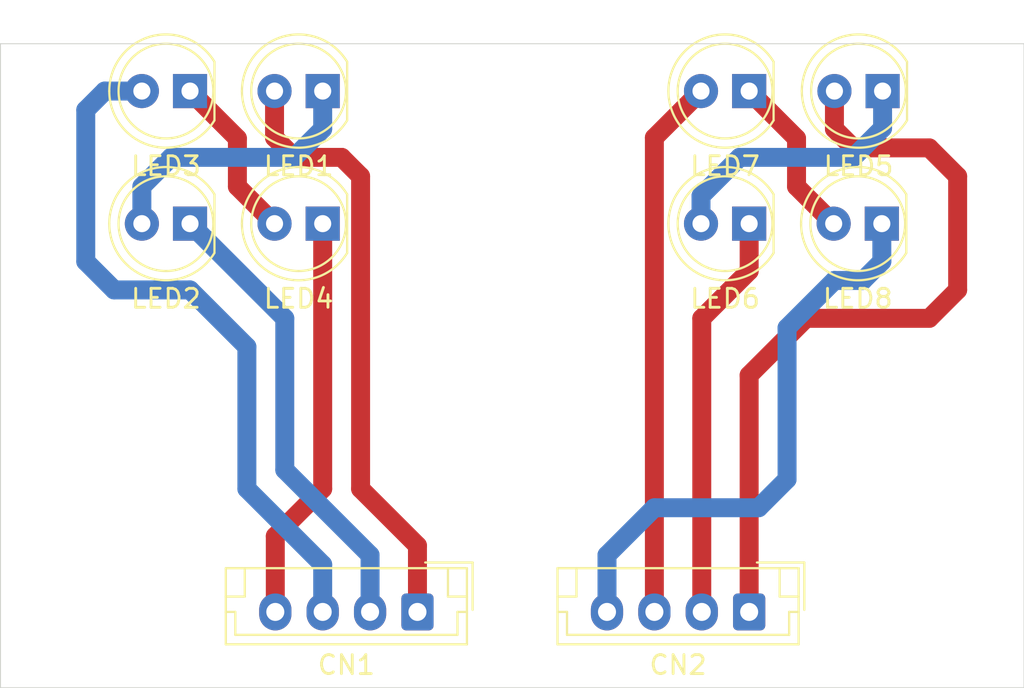
<source format=kicad_pcb>
(kicad_pcb (version 20211014) (generator pcbnew)
  (layers (0 "F.Cu" signal) (31 "B.Cu" signal) (34 "B.Paste" user) (35 "F.Paste" user) (36 "B.SilkS" user "B.Silkscreen") (37 "F.SilkS" user "F.Silkscreen") (38 "B.Mask" user) (39 "F.Mask" user) (44 "Edge.Cuts" user))
  (net 0 "")
  (net 1 "Net-(CN1-Pad4)")
  (net 2 "Net-(CN1-Pad3)")
  (net 3 "Net-(CN1-Pad2)")
  (net 4 "Net-(CN1-Pad1)")
  (net 5 "Net-(CN2-Pad4)")
  (net 6 "Net-(CN2-Pad3)")
  (net 7 "Net-(CN2-Pad2)")
  (net 8 "Net-(CN2-Pad1)")
  (net 9 "Net-(LED1-Pad1)")
  (net 10 "Net-(LED3-Pad1)")
  (net 11 "Net-(LED5-Pad1)")
  (net 12 "Net-(LED7-Pad1)")
  (footprint "Connector_JST:JST_EH_B4B-EH-A_1x04_P2.50mm_Vertical" (layer "F.Cu") (at 22 30 180)
    (fp_text reference "CN1" (at 3.75 -2.8) (layer "F.SilkS"))
    (fp_text value "JST EH")
    (fp_line (start 10.11 -1.71) (end -2.61 -1.71) (layer "F.SilkS") (width 0.12))
    (fp_line (start -2.61 2.31) (end 10.11 2.31) (layer "F.SilkS") (width 0.12))
    (fp_line (start 9.61 0) (end 10.11 0) (layer "F.SilkS") (width 0.12))
    (fp_line (start -2.11 -1.21) (end 9.61 -1.21) (layer "F.SilkS") (width 0.12))
    (fp_line (start -2.91 0.11) (end -2.91 2.61) (layer "F.SilkS") (width 0.12))
    (fp_line (start -2.61 -1.71) (end -2.61 2.31) (layer "F.SilkS") (width 0.12))
    (fp_line (start -2.11 0) (end -2.11 -1.21) (layer "F.SilkS") (width 0.12))
    (fp_line (start 10.11 0.81) (end 9.11 0.81) (layer "F.SilkS") (width 0.12))
    (fp_line (start 9.11 0.81) (end 9.11 2.31) (layer "F.SilkS") (width 0.12))
    (fp_line (start -2.91 2.61) (end -0.41 2.61) (layer "F.SilkS") (width 0.12))
    (fp_line (start 10.11 2.31) (end 10.11 -1.71) (layer "F.SilkS") (width 0.12))
    (fp_line (start -2.61 0) (end -2.11 0) (layer "F.SilkS") (width 0.12))
    (fp_line (start -1.61 0.81) (end -1.61 2.31) (layer "F.SilkS") (width 0.12))
    (fp_line (start -2.61 0.81) (end -1.61 0.81) (layer "F.SilkS") (width 0.12))
    (fp_line (start 9.61 -1.21) (end 9.61 0) (layer "F.SilkS") (width 0.12))
    (pad "1" thru_hole roundrect locked (at 0 0 180) (size 1.7 1.95) (drill 0.95) (layers *.Cu *.Mask) (roundrect_rratio 0.147059) (net 4 "Net-(CN1-Pad1)"))
    (pad "2" thru_hole oval locked (at 2.5 0 180) (size 1.7 1.95) (drill 0.95) (layers *.Cu *.Mask) (net 3 "Net-(CN1-Pad2)"))
    (pad "3" thru_hole oval locked (at 5 0 180) (size 1.7 1.95) (drill 0.95) (layers *.Cu *.Mask) (net 2 "Net-(CN1-Pad3)"))
    (pad "4" thru_hole oval locked (at 7.5 0 180) (size 1.7 1.95) (drill 0.95) (layers *.Cu *.Mask) (net 1 "Net-(CN1-Pad4)"))
  )
  (footprint "Connector_JST:JST_EH_B4B-EH-A_1x04_P2.50mm_Vertical" (layer "F.Cu") (at 39.5 30 180)
    (fp_text reference "CN2" (at 3.75 -2.8) (layer "F.SilkS"))
    (fp_text value "JST EH")
    (fp_line (start -2.61 -1.71) (end -2.61 2.31) (layer "F.SilkS") (width 0.12))
    (fp_line (start 9.11 0.81) (end 9.11 2.31) (layer "F.SilkS") (width 0.12))
    (fp_line (start 10.11 -1.71) (end -2.61 -1.71) (layer "F.SilkS") (width 0.12))
    (fp_line (start -2.11 -1.21) (end 9.61 -1.21) (layer "F.SilkS") (width 0.12))
    (fp_line (start -2.61 2.31) (end 10.11 2.31) (layer "F.SilkS") (width 0.12))
    (fp_line (start -2.91 2.61) (end -0.41 2.61) (layer "F.SilkS") (width 0.12))
    (fp_line (start -1.61 0.81) (end -1.61 2.31) (layer "F.SilkS") (width 0.12))
    (fp_line (start 9.61 0) (end 10.11 0) (layer "F.SilkS") (width 0.12))
    (fp_line (start -2.11 0) (end -2.11 -1.21) (layer "F.SilkS") (width 0.12))
    (fp_line (start 10.11 2.31) (end 10.11 -1.71) (layer "F.SilkS") (width 0.12))
    (fp_line (start -2.61 0.81) (end -1.61 0.81) (layer "F.SilkS") (width 0.12))
    (fp_line (start 10.11 0.81) (end 9.11 0.81) (layer "F.SilkS") (width 0.12))
    (fp_line (start -2.91 0.11) (end -2.91 2.61) (layer "F.SilkS") (width 0.12))
    (fp_line (start 9.61 -1.21) (end 9.61 0) (layer "F.SilkS") (width 0.12))
    (fp_line (start -2.61 0) (end -2.11 0) (layer "F.SilkS") (width 0.12))
    (pad "1" thru_hole roundrect locked (at 0 0 180) (size 1.7 1.95) (drill 0.95) (layers *.Cu *.Mask) (roundrect_rratio 0.147059) (net 8 "Net-(CN2-Pad1)"))
    (pad "2" thru_hole oval locked (at 2.5 0 180) (size 1.7 1.95) (drill 0.95) (layers *.Cu *.Mask) (net 7 "Net-(CN2-Pad2)"))
    (pad "3" thru_hole oval locked (at 5 0 180) (size 1.7 1.95) (drill 0.95) (layers *.Cu *.Mask) (net 6 "Net-(CN2-Pad3)"))
    (pad "4" thru_hole oval locked (at 7.5 0 180) (size 1.7 1.95) (drill 0.95) (layers *.Cu *.Mask) (net 5 "Net-(CN2-Pad4)"))
  )
  (footprint "LED_THT:LED_D5.0mm" (layer "F.Cu") (at 17 2.5 180)
    (fp_text reference "LED1" (at 1.27 -3.96) (layer "F.SilkS"))
    (fp_text value "BLUE")
    (fp_line (start -1.29 -1.545) (end -1.29 1.545) (layer "F.SilkS") (width 0.12))
    (fp_arc (start -1.29 -1.54483) (mid 2.072002 -2.880433) (end 4.26 0.000462) (layer "F.SilkS") (width 0.12))
    (fp_arc (start 4.26 -0.000462) (mid 2.072002 2.880433) (end -1.29 1.54483) (layer "F.SilkS") (width 0.12))
    (fp_circle (center 1.27 0) (end 3.77 0) (layer "F.SilkS") (width 0.12) (fill none))
    (pad "1" thru_hole rect locked (at 0 0 180) (size 1.8 1.8) (drill 0.9) (layers *.Cu *.Mask) (net 9 "Net-(LED1-Pad1)"))
    (pad "2" thru_hole circle locked (at 2.54 0 180) (size 1.8 1.8) (drill 0.9) (layers *.Cu *.Mask) (net 4 "Net-(CN1-Pad1)"))
  )
  (footprint "MountingHole:MountingHole_3.2mm_M3_DIN965" (layer "F.Cu") (at 7 21)
    (fp_text reference "H1" hide)
    (fp_text value "MountingHole")
    (pad "" np_thru_hole circle locked (at 0 0) (size 3.2 3.2) (drill 3.2) (layers *.Cu *.Mask))
  )
  (footprint "MountingHole:MountingHole_3.2mm_M3_DIN965" (layer "F.Cu") (at 27 6)
    (fp_text reference "H2" hide)
    (fp_text value "MountingHole")
    (pad "" np_thru_hole circle locked (at 0 0) (size 3.2 3.2) (drill 3.2) (layers *.Cu *.Mask))
  )
  (footprint "MountingHole:MountingHole_3.2mm_M3_DIN965" (layer "F.Cu") (at 47 21)
    (fp_text reference "H3" hide)
    (fp_text value "MountingHole")
    (pad "" np_thru_hole circle locked (at 0 0) (size 3.2 3.2) (drill 3.2) (layers *.Cu *.Mask))
  )
  (footprint "LED_THT:LED_D5.0mm" (layer "F.Cu") (at 10 9.5 180)
    (fp_text reference "LED2" (at 1.27 -3.96) (layer "F.SilkS"))
    (fp_text value "BLUE")
    (fp_line (start -1.29 -1.545) (end -1.29 1.545) (layer "F.SilkS") (width 0.12))
    (fp_arc (start 4.26 -0.000462) (mid 2.072002 2.880433) (end -1.29 1.54483) (layer "F.SilkS") (width 0.12))
    (fp_arc (start -1.29 -1.54483) (mid 2.072002 -2.880433) (end 4.26 0.000462) (layer "F.SilkS") (width 0.12))
    (fp_circle (center 1.27 0) (end 3.77 0) (layer "F.SilkS") (width 0.12) (fill none))
    (pad "1" thru_hole rect locked (at 0 0 180) (size 1.8 1.8) (drill 0.9) (layers *.Cu *.Mask) (net 3 "Net-(CN1-Pad2)"))
    (pad "2" thru_hole circle locked (at 2.54 0 180) (size 1.8 1.8) (drill 0.9) (layers *.Cu *.Mask) (net 9 "Net-(LED1-Pad1)"))
  )
  (footprint "LED_THT:LED_D5.0mm" (layer "F.Cu") (at 10 2.5 180)
    (fp_text reference "LED3" (at 1.27 -3.96) (layer "F.SilkS"))
    (fp_text value "RED")
    (fp_line (start -1.29 -1.545) (end -1.29 1.545) (layer "F.SilkS") (width 0.12))
    (fp_arc (start 4.26 -0.000462) (mid 2.072002 2.880433) (end -1.29 1.54483) (layer "F.SilkS") (width 0.12))
    (fp_arc (start -1.29 -1.54483) (mid 2.072002 -2.880433) (end 4.26 0.000462) (layer "F.SilkS") (width 0.12))
    (fp_circle (center 1.27 0) (end 3.77 0) (layer "F.SilkS") (width 0.12) (fill none))
    (pad "1" thru_hole rect locked (at 0 0 180) (size 1.8 1.8) (drill 0.9) (layers *.Cu *.Mask) (net 10 "Net-(LED3-Pad1)"))
    (pad "2" thru_hole circle locked (at 2.54 0 180) (size 1.8 1.8) (drill 0.9) (layers *.Cu *.Mask) (net 2 "Net-(CN1-Pad3)"))
  )
  (footprint "LED_THT:LED_D5.0mm" (layer "F.Cu") (at 17 9.5 180)
    (fp_text reference "LED4" (at 1.27 -3.96) (layer "F.SilkS"))
    (fp_text value "RED")
    (fp_line (start -1.29 -1.545) (end -1.29 1.545) (layer "F.SilkS") (width 0.12))
    (fp_arc (start 4.26 -0.000462) (mid 2.072002 2.880433) (end -1.29 1.54483) (layer "F.SilkS") (width 0.12))
    (fp_arc (start -1.29 -1.54483) (mid 2.072002 -2.880433) (end 4.26 0.000462) (layer "F.SilkS") (width 0.12))
    (fp_circle (center 1.27 0) (end 3.77 0) (layer "F.SilkS") (width 0.12) (fill none))
    (pad "1" thru_hole rect locked (at 0 0 180) (size 1.8 1.8) (drill 0.9) (layers *.Cu *.Mask) (net 1 "Net-(CN1-Pad4)"))
    (pad "2" thru_hole circle locked (at 2.54 0 180) (size 1.8 1.8) (drill 0.9) (layers *.Cu *.Mask) (net 10 "Net-(LED3-Pad1)"))
  )
  (footprint "LED_THT:LED_D5.0mm" (layer "F.Cu") (at 46.54 2.5 180)
    (fp_text reference "LED5" (at 1.27 -3.96) (layer "F.SilkS"))
    (fp_text value "BLUE")
    (fp_line (start -1.29 -1.545) (end -1.29 1.545) (layer "F.SilkS") (width 0.12))
    (fp_arc (start -1.29 -1.54483) (mid 2.072002 -2.880433) (end 4.26 0.000462) (layer "F.SilkS") (width 0.12))
    (fp_arc (start 4.26 -0.000462) (mid 2.072002 2.880433) (end -1.29 1.54483) (layer "F.SilkS") (width 0.12))
    (fp_circle (center 1.27 0) (end 3.77 0) (layer "F.SilkS") (width 0.12) (fill none))
    (pad "1" thru_hole rect locked (at 0 0 180) (size 1.8 1.8) (drill 0.9) (layers *.Cu *.Mask) (net 11 "Net-(LED5-Pad1)"))
    (pad "2" thru_hole circle locked (at 2.54 0 180) (size 1.8 1.8) (drill 0.9) (layers *.Cu *.Mask) (net 8 "Net-(CN2-Pad1)"))
  )
  (footprint "LED_THT:LED_D5.0mm" (layer "F.Cu") (at 39.5 9.5 180)
    (fp_text reference "LED6" (at 1.27 -3.96) (layer "F.SilkS"))
    (fp_text value "BLUE")
    (fp_line (start -1.29 -1.545) (end -1.29 1.545) (layer "F.SilkS") (width 0.12))
    (fp_arc (start -1.29 -1.54483) (mid 2.072002 -2.880433) (end 4.26 0.000462) (layer "F.SilkS") (width 0.12))
    (fp_arc (start 4.26 -0.000462) (mid 2.072002 2.880433) (end -1.29 1.54483) (layer "F.SilkS") (width 0.12))
    (fp_circle (center 1.27 0) (end 3.77 0) (layer "F.SilkS") (width 0.12) (fill none))
    (pad "1" thru_hole rect locked (at 0 0 180) (size 1.8 1.8) (drill 0.9) (layers *.Cu *.Mask) (net 7 "Net-(CN2-Pad2)"))
    (pad "2" thru_hole circle locked (at 2.54 0 180) (size 1.8 1.8) (drill 0.9) (layers *.Cu *.Mask) (net 11 "Net-(LED5-Pad1)"))
  )
  (footprint "LED_THT:LED_D5.0mm" (layer "F.Cu") (at 39.5 2.5 180)
    (fp_text reference "LED7" (at 1.27 -3.96) (layer "F.SilkS"))
    (fp_text value "RED")
    (fp_line (start -1.29 -1.545) (end -1.29 1.545) (layer "F.SilkS") (width 0.12))
    (fp_arc (start -1.29 -1.54483) (mid 2.072002 -2.880433) (end 4.26 0.000462) (layer "F.SilkS") (width 0.12))
    (fp_arc (start 4.26 -0.000462) (mid 2.072002 2.880433) (end -1.29 1.54483) (layer "F.SilkS") (width 0.12))
    (fp_circle (center 1.27 0) (end 3.77 0) (layer "F.SilkS") (width 0.12) (fill none))
    (pad "1" thru_hole rect locked (at 0 0 180) (size 1.8 1.8) (drill 0.9) (layers *.Cu *.Mask) (net 12 "Net-(LED7-Pad1)"))
    (pad "2" thru_hole circle locked (at 2.54 0 180) (size 1.8 1.8) (drill 0.9) (layers *.Cu *.Mask) (net 6 "Net-(CN2-Pad3)"))
  )
  (footprint "LED_THT:LED_D5.0mm" (layer "F.Cu") (at 46.5 9.5 180)
    (fp_text reference "LED8" (at 1.27 -3.96) (layer "F.SilkS"))
    (fp_text value "RED")
    (fp_line (start -1.29 -1.545) (end -1.29 1.545) (layer "F.SilkS") (width 0.12))
    (fp_arc (start 4.26 -0.000462) (mid 2.072002 2.880433) (end -1.29 1.54483) (layer "F.SilkS") (width 0.12))
    (fp_arc (start -1.29 -1.54483) (mid 2.072002 -2.880433) (end 4.26 0.000462) (layer "F.SilkS") (width 0.12))
    (fp_circle (center 1.27 0) (end 3.77 0) (layer "F.SilkS") (width 0.12) (fill none))
    (pad "1" thru_hole rect locked (at 0 0 180) (size 1.8 1.8) (drill 0.9) (layers *.Cu *.Mask) (net 5 "Net-(CN2-Pad4)"))
    (pad "2" thru_hole circle locked (at 2.54 0 180) (size 1.8 1.8) (drill 0.9) (layers *.Cu *.Mask) (net 12 "Net-(LED7-Pad1)"))
  )
  (gr_line (start 0 34) (end 0 0) (layer "Edge.Cuts") (width 0.05))
  (gr_line (start 54 0) (end 54 34) (layer "Edge.Cuts") (width 0.05))
  (gr_line (start 0 0) (end 54 0) (layer "Edge.Cuts") (width 0.05))
  (gr_line (start 54 34) (end 0 34) (layer "Edge.Cuts") (width 0.05))
  (segment (start 14.5 26) (end 14.5 30) (width 1) (layer "F.Cu") (net 1))
  (segment (start 17 9.5) (end 17 23.5) (width 1) (layer "F.Cu") (net 1))
  (segment (start 17 23.5) (end 14.5 26) (width 1) (layer "F.Cu") (net 1))
  (segment (start 4.5 3.5) (end 5.5 2.5) (width 1) (layer "B.Cu") (net 2))
  (segment (start 17 30) (end 17 27.5) (width 1) (layer "B.Cu") (net 2))
  (segment (start 13 16) (end 10 13) (width 1) (layer "B.Cu") (net 2))
  (segment (start 10 13) (end 6 13) (width 1) (layer "B.Cu") (net 2))
  (segment (start 13 23.5) (end 13 16) (width 1) (layer "B.Cu") (net 2))
  (segment (start 6 13) (end 4.5 11.5) (width 1) (layer "B.Cu") (net 2))
  (segment (start 17 27.5) (end 13 23.5) (width 1) (layer "B.Cu") (net 2))
  (segment (start 4.5 11.5) (end 4.5 3.5) (width 1) (layer "B.Cu") (net 2))
  (segment (start 5.5 2.5) (end 7.46 2.5) (width 1) (layer "B.Cu") (net 2))
  (segment (start 19.5 30) (end 19.5 27) (width 1) (layer "B.Cu") (net 3))
  (segment (start 19.5 27) (end 15 22.5) (width 1) (layer "B.Cu") (net 3))
  (segment (start 15 14.5) (end 10 9.5) (width 1) (layer "B.Cu") (net 3))
  (segment (start 15 22.5) (end 15 14.5) (width 1) (layer "B.Cu") (net 3))
  (segment (start 14.46 4.96) (end 14.46 2.5) (width 1) (layer "F.Cu") (net 4))
  (segment (start 15.5 6) (end 14.46 4.96) (width 1) (layer "F.Cu") (net 4))
  (segment (start 19 23.5) (end 19 7) (width 1) (layer "F.Cu") (net 4))
  (segment (start 22 26.5) (end 19 23.5) (width 1) (layer "F.Cu") (net 4))
  (segment (start 22 30) (end 22 26.5) (width 1) (layer "F.Cu") (net 4))
  (segment (start 19 7) (end 18 6) (width 1) (layer "F.Cu") (net 4))
  (segment (start 18 6) (end 15.5 6) (width 1) (layer "F.Cu") (net 4))
  (segment (start 34.5 24.5) (end 40 24.5) (width 1) (layer "B.Cu") (net 5))
  (segment (start 44 12.5) (end 45.5 12.5) (width 1) (layer "B.Cu") (net 5))
  (segment (start 32 30) (end 32 27) (width 1) (layer "B.Cu") (net 5))
  (segment (start 46.5 11.5) (end 46.5 9.5) (width 1) (layer "B.Cu") (net 5))
  (segment (start 41.5 23) (end 41.5 15) (width 1) (layer "B.Cu") (net 5))
  (segment (start 41.5 15) (end 44 12.5) (width 1) (layer "B.Cu") (net 5))
  (segment (start 40 24.5) (end 41.5 23) (width 1) (layer "B.Cu") (net 5))
  (segment (start 45.5 12.5) (end 46.5 11.5) (width 1) (layer "B.Cu") (net 5))
  (segment (start 32 27) (end 34.5 24.5) (width 1) (layer "B.Cu") (net 5))
  (segment (start 34.5 4.96) (end 36.96 2.5) (width 1) (layer "F.Cu") (net 6))
  (segment (start 34.5 30) (end 34.5 4.96) (width 1) (layer "F.Cu") (net 6))
  (segment (start 37 30) (end 37 14.5) (width 1) (layer "F.Cu") (net 7))
  (segment (start 39.5 12) (end 39.5 9.5) (width 1) (layer "F.Cu") (net 7))
  (segment (start 37 14.5) (end 39.5 12) (width 1) (layer "F.Cu") (net 7))
  (segment (start 39.5 30) (end 39.5 17.5) (width 1) (layer "F.Cu") (net 8))
  (segment (start 42.5 14.5) (end 49 14.5) (width 1) (layer "F.Cu") (net 8))
  (segment (start 44 4.5) (end 44 2.5) (width 1) (layer "F.Cu") (net 8))
  (segment (start 49 5.5) (end 45 5.5) (width 1) (layer "F.Cu") (net 8))
  (segment (start 39.5 17.5) (end 42.5 14.5) (width 1) (layer "F.Cu") (net 8))
  (segment (start 45 5.5) (end 44 4.5) (width 1) (layer "F.Cu") (net 8))
  (segment (start 49 14.5) (end 50.5 13) (width 1) (layer "F.Cu") (net 8))
  (segment (start 50.5 7) (end 49 5.5) (width 1) (layer "F.Cu") (net 8))
  (segment (start 50.5 13) (end 50.5 7) (width 1) (layer "F.Cu") (net 8))
  (segment (start 17 4.5) (end 17 2.5) (width 1) (layer "B.Cu") (net 9))
  (segment (start 7.46 7.54) (end 9 6) (width 1) (layer "B.Cu") (net 9))
  (segment (start 15.5 6) (end 17 4.5) (width 1) (layer "B.Cu") (net 9))
  (segment (start 7.46 9.5) (end 7.46 7.54) (width 1) (layer "B.Cu") (net 9))
  (segment (start 9 6) (end 15.5 6) (width 1) (layer "B.Cu") (net 9))
  (segment (start 10 2.5) (end 12.5 5) (width 1) (layer "F.Cu") (net 10))
  (segment (start 12.5 5) (end 12.5 7.54) (width 1) (layer "F.Cu") (net 10))
  (segment (start 12.5 7.54) (end 14.46 9.5) (width 1) (layer "F.Cu") (net 10))
  (segment (start 36.96 8.04) (end 39 6) (width 1) (layer "B.Cu") (net 11))
  (segment (start 36.96 9.5) (end 36.96 8.04) (width 1) (layer "B.Cu") (net 11))
  (segment (start 39 6) (end 45 6) (width 1) (layer "B.Cu") (net 11))
  (segment (start 46.54 4.46) (end 46.54 2.5) (width 1) (layer "B.Cu") (net 11))
  (segment (start 45 6) (end 46.54 4.46) (width 1) (layer "B.Cu") (net 11))
  (segment (start 43.96 9.5) (end 42 7.54) (width 1) (layer "F.Cu") (net 12))
  (segment (start 42 7.54) (end 42 5) (width 1) (layer "F.Cu") (net 12))
  (segment (start 42 5) (end 39.5 2.5) (width 1) (layer "F.Cu") (net 12))
)
</source>
